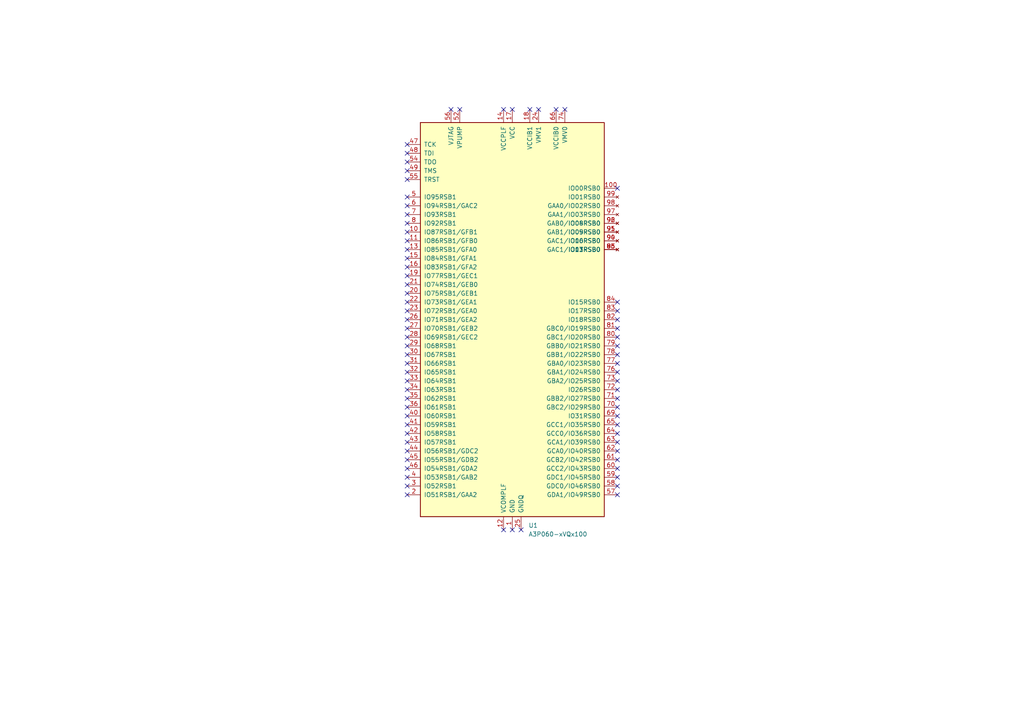
<source format=kicad_sch>
(kicad_sch (version 20250114) (generator "eeschema") (generator_version "9.0.7")
  (paper "A4")
  (lib_symbols
    (symbol "FPGA_Microsemi:A3P060-xVQx100" (pin_names (offset 1.016))
      (property "Reference" "U1" (at 4.6833 -59.69 0))
      (property "Value" "A3P060-xVQx100" (at 4.6833 -62.23 0))
      (symbol "A3P060-xVQx100_0_1"
        (rectangle (start -26.67 57.15) (end 26.67 -57.15) (stroke (width 0.254)) (fill (type background)))
      )
      (symbol "A3P060-xVQx100_1_1"
        (pin input line (at -30.48 50.8 0) (length 3.81) (name "TCK") (number "47"))
        (pin input line (at -30.48 48.26 0) (length 3.81) (name "TDI") (number "48"))
        (pin output line (at -30.48 45.72 0) (length 3.81) (name "TDO") (number "54"))
        (pin input line (at -30.48 43.18 0) (length 3.81) (name "TMS") (number "49"))
        (pin input line (at -30.48 40.64 0) (length 3.81) (name "TRST") (number "55"))
        (pin bidirectional line (at -30.48 35.56 0) (length 3.81) (name "IO95RSB1") (number "5"))
        (pin bidirectional line (at -30.48 33.02 0) (length 3.81) (name "IO94RSB1/GAC2") (number "6"))
        (pin bidirectional line (at -30.48 30.48 0) (length 3.81) (name "IO93RSB1") (number "7"))
        (pin bidirectional line (at -30.48 27.94 0) (length 3.81) (name "IO92RSB1") (number "8"))
        (pin bidirectional line (at -30.48 25.4 0) (length 3.81) (name "IO87RSB1/GFB1") (number "10"))
        (pin bidirectional line (at -30.48 22.86 0) (length 3.81) (name "IO86RSB1/GFB0") (number "11"))
        (pin bidirectional line (at -30.48 20.32 0) (length 3.81) (name "IO85RSB1/GFA0") (number "13"))
        (pin bidirectional line (at -30.48 17.78 0) (length 3.81) (name "IO84RSB1/GFA1") (number "15"))
        (pin bidirectional line (at -30.48 15.24 0) (length 3.81) (name "IO83RSB1/GFA2") (number "16"))
        (pin bidirectional line (at -30.48 12.7 0) (length 3.81) (name "IO77RSB1/GEC1") (number "19"))
        (pin bidirectional line (at -30.48 10.16 0) (length 3.81) (name "IO74RSB1/GEB0") (number "21"))
        (pin bidirectional line (at -30.48 7.62 0) (length 3.81) (name "IO75RSB1/GEB1") (number "20"))
        (pin bidirectional line (at -30.48 5.08 0) (length 3.81) (name "IO73RSB1/GEA1") (number "22"))
        (pin bidirectional line (at -30.48 2.54 0) (length 3.81) (name "IO72RSB1/GEA0") (number "23"))
        (pin bidirectional line (at -30.48 0 0) (length 3.81) (name "IO71RSB1/GEA2") (number "26"))
        (pin bidirectional line (at -30.48 -2.54 0) (length 3.81) (name "IO70RSB1/GEB2") (number "27"))
        (pin bidirectional line (at -30.48 -5.08 0) (length 3.81) (name "IO69RSB1/GEC2") (number "28"))
        (pin bidirectional line (at -30.48 -7.62 0) (length 3.81) (name "IO68RSB1") (number "29"))
        (pin bidirectional line (at -30.48 -10.16 0) (length 3.81) (name "IO67RSB1") (number "30"))
        (pin bidirectional line (at -30.48 -12.7 0) (length 3.81) (name "IO66RSB1") (number "31"))
        (pin bidirectional line (at -30.48 -15.24 0) (length 3.81) (name "IO65RSB1") (number "32"))
        (pin bidirectional line (at -30.48 -17.78 0) (length 3.81) (name "IO64RSB1") (number "33"))
        (pin bidirectional line (at -30.48 -20.32 0) (length 3.81) (name "IO63RSB1") (number "34"))
        (pin bidirectional line (at -30.48 -22.86 0) (length 3.81) (name "IO62RSB1") (number "35"))
        (pin bidirectional line (at -30.48 -25.4 0) (length 3.81) (name "IO61RSB1") (number "36"))
        (pin bidirectional line (at -30.48 -27.94 0) (length 3.81) (name "IO60RSB1") (number "40"))
        (pin bidirectional line (at -30.48 -30.48 0) (length 3.81) (name "IO59RSB1") (number "41"))
        (pin bidirectional line (at -30.48 -33.02 0) (length 3.81) (name "IO58RSB1") (number "42"))
        (pin bidirectional line (at -30.48 -35.56 0) (length 3.81) (name "IO57RSB1") (number "43"))
        (pin bidirectional line (at -30.48 -38.1 0) (length 3.81) (name "IO56RSB1/GDC2") (number "44"))
        (pin bidirectional line (at -30.48 -40.64 0) (length 3.81) (name "IO55RSB1/GDB2") (number "45"))
        (pin bidirectional line (at -30.48 -43.18 0) (length 3.81) (name "IO54RSB1/GDA2") (number "46"))
        (pin bidirectional line (at -30.48 -45.72 0) (length 3.81) (name "IO53RSB1/GAB2") (number "4"))
        (pin bidirectional line (at -30.48 -48.26 0) (length 3.81) (name "IO52RSB1") (number "3"))
        (pin bidirectional line (at -30.48 -50.8 0) (length 3.81) (name "IO51RSB1/GAA2") (number "2"))
        (pin power_in line (at -17.78 60.96 270) (length 3.81) (name "VJTAG") (number "56"))
        (pin power_in line (at -15.24 60.96 270) (length 3.81) (name "VPUMP") (number "52"))
        (pin power_in line (at -2.54 60.96 270) (length 3.81) (name "VCCPLF") (number "14"))
        (pin power_in line (at -2.54 -60.96 90) (length 3.81) (name "VCOMPLF") (number "12"))
        (pin power_in line (at 0 60.96 270) (length 3.81) (name "VCC") (number "17"))
        (pin passive line (at 0 60.96 270) (length 3.81) (hide yes) (name "VCC") (number "37"))
        (pin passive line (at 0 60.96 270) (length 3.81) (hide yes) (name "VCC") (number "68"))
        (pin passive line (at 0 60.96 270) (length 3.81) (hide yes) (name "VCC") (number "89"))
        (pin power_in line (at 0 -60.96 90) (length 3.81) (name "GND") (number "1"))
        (pin passive line (at 0 -60.96 90) (length 3.81) (hide yes) (name "GND") (number "38"))
        (pin passive line (at 0 -60.96 90) (length 3.81) (hide yes) (name "GND") (number "51"))
        (pin passive line (at 0 -60.96 90) (length 3.81) (hide yes) (name "GND") (number "67"))
        (pin passive line (at 0 -60.96 90) (length 3.81) (hide yes) (name "GND") (number "88"))
        (pin passive line (at 0 -60.96 90) (length 3.81) (hide yes) (name "GND") (number "9"))
        (pin power_in line (at 2.54 -60.96 90) (length 3.81) (name "GNDQ") (number "25"))
        (pin passive line (at 2.54 -60.96 90) (length 3.81) (hide yes) (name "GNDQ") (number "75"))
        (pin power_in line (at 5.08 60.96 270) (length 3.81) (name "VCCIB1") (number "18"))
        (pin passive line (at 5.08 60.96 270) (length 3.81) (hide yes) (name "VCCIB1") (number "39"))
        (pin power_in line (at 7.62 60.96 270) (length 3.81) (name "VMV1") (number "24"))
        (pin passive line (at 7.62 60.96 270) (length 3.81) (hide yes) (name "VMV1") (number "50"))
        (pin power_in line (at 12.7 60.96 270) (length 3.81) (name "VCCIB0") (number "66"))
        (pin passive line (at 12.7 60.96 270) (length 3.81) (hide yes) (name "VCCIB0") (number "87"))
        (pin power_in line (at 15.24 60.96 270) (length 3.81) (name "VMV0") (number "74"))
        (pin no_connect line (at 26.67 45.72 180) (length 3.81) (hide yes) (name "NC") (number "53"))
        (pin bidirectional line (at 30.48 38.1 180) (length 3.81) (name "IO00RSB0") (number "100"))
        (pin no_connect line (at 30.48 35.56 180) (length 3.81) (name "IO01RSB0") (number "99"))
        (pin no_connect line (at 30.48 33.02 180) (length 3.81) (name "GAA0/IO02RSB0") (number "98"))
        (pin no_connect line (at 30.48 30.48 180) (length 3.81) (name "GAA1/IO03RSB0") (number "97"))
        (pin no_connect line (at 30.48 27.94 180) (length 3.81) (name "GAB0/IO04RSB0") (number "96"))
        (pin no_connect line (at 30.48 25.4 180) (length 3.81) (name "GAB1/IO05RSB0") (number "95"))
        (pin no_connect line (at 30.48 22.86 180) (length 3.81) (name "GAC1/IO06RSB0") (number "94"))
        (pin no_connect line (at 30.48 20.32 180) (length 3.81) (name "GAC1/IO07RSB0") (number "93"))
        (pin no_connect line (at 30.48 27.94 180) (length 3.81) (name "IO08RSB0") (number "92"))
        (pin no_connect line (at 30.48 25.4 180) (length 3.81) (name "IO09RSB0") (number "91"))
        (pin no_connect line (at 30.48 22.86 180) (length 3.81) (name "IO10RSB0") (number "90"))
        (pin no_connect line (at 30.48 20.32 180) (length 3.81) (name "IO11RSB0") (number "86"))
        (pin no_connect line (at 30.48 20.32 180) (length 3.81) (name "IO13RSB0") (number "85"))
        (pin bidirectional line (at 30.48 5.08 180) (length 3.81) (name "IO15RSB0") (number "84"))
        (pin bidirectional line (at 30.48 2.54 180) (length 3.81) (name "IO17RSB0") (number "83"))
        (pin bidirectional line (at 30.48 0 180) (length 3.81) (name "IO18RSB0") (number "82"))
        (pin bidirectional line (at 30.48 -2.54 180) (length 3.81) (name "GBC0/IO19RSB0") (number "81"))
        (pin bidirectional line (at 30.48 -5.08 180) (length 3.81) (name "GBC1/IO20RSB0") (number "80"))
        (pin bidirectional line (at 30.48 -7.62 180) (length 3.81) (name "GBB0/IO21RSB0") (number "79"))
        (pin bidirectional line (at 30.48 -10.16 180) (length 3.81) (name "GBB1/IO22RSB0") (number "78"))
        (pin bidirectional line (at 30.48 -12.7 180) (length 3.81) (name "GBA0/IO23RSB0") (number "77"))
        (pin bidirectional line (at 30.48 -15.24 180) (length 3.81) (name "GBA1/IO24RSB0") (number "76"))
        (pin bidirectional line (at 30.48 -17.78 180) (length 3.81) (name "GBA2/IO25RSB0") (number "73"))
        (pin bidirectional line (at 30.48 -20.32 180) (length 3.81) (name "IO26RSB0") (number "72"))
        (pin bidirectional line (at 30.48 -22.86 180) (length 3.81) (name "GBB2/IO27RSB0") (number "71"))
        (pin bidirectional line (at 30.48 -25.4 180) (length 3.81) (name "GBC2/IO29RSB0") (number "70"))
        (pin bidirectional line (at 30.48 -27.94 180) (length 3.81) (name "IO31RSB0") (number "69"))
        (pin bidirectional line (at 30.48 -30.48 180) (length 3.81) (name "GCC1/IO35RSB0") (number "65"))
        (pin bidirectional line (at 30.48 -33.02 180) (length 3.81) (name "GCC0/IO36RSB0") (number "64"))
        (pin bidirectional line (at 30.48 -35.56 180) (length 3.81) (name "GCA1/IO39RSB0") (number "63"))
        (pin bidirectional line (at 30.48 -38.1 180) (length 3.81) (name "GCA0/IO40RSB0") (number "62"))
        (pin bidirectional line (at 30.48 -40.64 180) (length 3.81) (name "GCB2/IO42RSB0") (number "61"))
        (pin bidirectional line (at 30.48 -43.18 180) (length 3.81) (name "GCC2/IO43RSB0") (number "60"))
        (pin bidirectional line (at 30.48 -45.72 180) (length 3.81) (name "GDC1/IO45RSB0") (number "59"))
        (pin bidirectional line (at 30.48 -48.26 180) (length 3.81) (name "GDC0/IO46RSB0") (number "58"))
        (pin bidirectional line (at 30.48 -50.8 180) (length 3.81) (name "GDA1/IO49RSB0") (number "57"))
      )
    )
  )
  (no_connect (at 179.07 143.51))
  (no_connect (at 179.07 95.25))
  (no_connect (at 146.05 31.75))
  (no_connect (at 118.11 57.15))
  (no_connect (at 179.07 107.95))
  (no_connect (at 133.35 31.75))
  (no_connect (at 118.11 85.09))
  (no_connect (at 153.67 31.75))
  (no_connect (at 148.59 31.75))
  (no_connect (at 179.07 110.49))
  (no_connect (at 118.11 62.23))
  (no_connect (at 118.11 143.51))
  (no_connect (at 118.11 46.99))
  (no_connect (at 118.11 105.41))
  (no_connect (at 179.07 102.87))
  (no_connect (at 179.07 100.33))
  (no_connect (at 163.83 31.75))
  (no_connect (at 118.11 125.73))
  (no_connect (at 130.81 31.75))
  (no_connect (at 179.07 118.11))
  (no_connect (at 118.11 87.63))
  (no_connect (at 118.11 138.43))
  (no_connect (at 118.11 82.55))
  (no_connect (at 151.13 153.67))
  (no_connect (at 179.07 133.35))
  (no_connect (at 161.29 31.75))
  (no_connect (at 179.07 125.73))
  (no_connect (at 118.11 135.89))
  (no_connect (at 179.07 140.97))
  (no_connect (at 118.11 102.87))
  (no_connect (at 118.11 118.11))
  (no_connect (at 118.11 115.57))
  (no_connect (at 179.07 97.79))
  (no_connect (at 118.11 107.95))
  (no_connect (at 148.59 153.67))
  (no_connect (at 118.11 90.17))
  (no_connect (at 179.07 130.81))
  (no_connect (at 146.05 153.67))
  (no_connect (at 118.11 95.25))
  (no_connect (at 118.11 130.81))
  (no_connect (at 179.07 128.27))
  (no_connect (at 118.11 140.97))
  (no_connect (at 179.07 135.89))
  (no_connect (at 118.11 97.79))
  (no_connect (at 118.11 69.85))
  (no_connect (at 179.07 138.43))
  (no_connect (at 179.07 115.57))
  (no_connect (at 118.11 67.31))
  (no_connect (at 118.11 113.03))
  (no_connect (at 118.11 133.35))
  (no_connect (at 118.11 52.07))
  (no_connect (at 179.07 54.61))
  (no_connect (at 118.11 59.69))
  (no_connect (at 118.11 92.71))
  (no_connect (at 118.11 44.45))
  (no_connect (at 179.07 92.71))
  (no_connect (at 118.11 72.39))
  (no_connect (at 118.11 64.77))
  (no_connect (at 118.11 80.01))
  (no_connect (at 179.07 105.41))
  (no_connect (at 179.07 113.03))
  (no_connect (at 179.07 120.65))
  (no_connect (at 118.11 77.47))
  (no_connect (at 118.11 123.19))
  (no_connect (at 179.07 87.63))
  (no_connect (at 118.11 110.49))
  (no_connect (at 179.07 123.19))
  (no_connect (at 118.11 41.91))
  (no_connect (at 118.11 128.27))
  (no_connect (at 118.11 100.33))
  (no_connect (at 179.07 90.17))
  (no_connect (at 118.11 49.53))
  (no_connect (at 118.11 120.65))
  (no_connect (at 156.21 31.75))
  (no_connect (at 118.11 74.93))
  (symbol (lib_id "FPGA_Microsemi:A3P060-xVQx100") (at 148.59 92.71 0) (unit 1) (convert 1)
    (property "Reference" "U1" (at 153.2733 152.4 0) (effects (justify left)))
    (property "Value" "A3P060-xVQx100" (at 153.2733 154.94 0) (effects (justify left)))
    (property "Footprint" "Package_QFP:TQFP-100_14x14mm_P0.5mm" (hide yes))
    (property "Datasheet" "https://www.mouser.com/datasheet/2/268/ProASIC_c2_ae3_Flash_Family_FPGAs_with_Optimal_Sof-3082432.pdf" (hide yes))
    (property "Description" "ProASIC3 Flash Family FPGAs, 512 MCLB / macrocells, TQFP-100 (VQ100)" (hide yes))
  )
)
</source>
